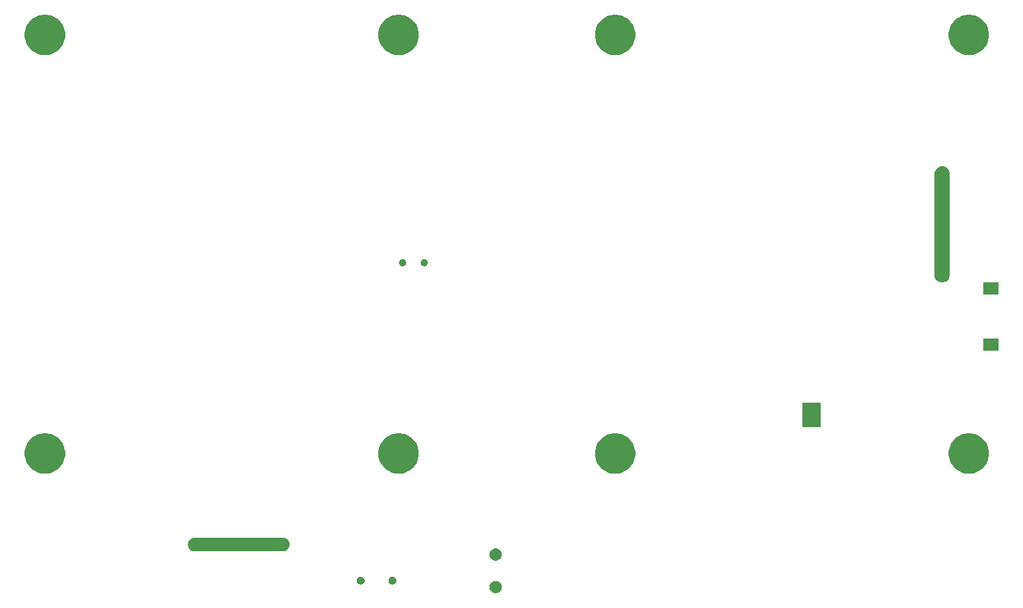
<source format=gbs>
G04 #@! TF.GenerationSoftware,KiCad,Pcbnew,5.0.1-33cea8e~68~ubuntu18.04.1*
G04 #@! TF.CreationDate,2018-11-04T18:28:44+03:00*
G04 #@! TF.ProjectId,AA-PI-Display-Board-RaspberryPi3,41412D50492D446973706C61792D426F,02*
G04 #@! TF.SameCoordinates,Original*
G04 #@! TF.FileFunction,Soldermask,Bot*
G04 #@! TF.FilePolarity,Negative*
%FSLAX46Y46*%
G04 Gerber Fmt 4.6, Leading zero omitted, Abs format (unit mm)*
G04 Created by KiCad (PCBNEW 5.0.1-33cea8e~68~ubuntu18.04.1) date Sun 04 Nov 2018 18:28:44 MSK*
%MOMM*%
%LPD*%
G01*
G04 APERTURE LIST*
%ADD10C,0.100000*%
G04 APERTURE END LIST*
D10*
G36*
X116998169Y-133881895D02*
X117153005Y-133946031D01*
X117292354Y-134039140D01*
X117410860Y-134157646D01*
X117503969Y-134296995D01*
X117568105Y-134451831D01*
X117600800Y-134616203D01*
X117600800Y-134783797D01*
X117568105Y-134948169D01*
X117503969Y-135103005D01*
X117410860Y-135242354D01*
X117292354Y-135360860D01*
X117153005Y-135453969D01*
X116998169Y-135518105D01*
X116833797Y-135550800D01*
X116666203Y-135550800D01*
X116501831Y-135518105D01*
X116346995Y-135453969D01*
X116207646Y-135360860D01*
X116089140Y-135242354D01*
X115996031Y-135103005D01*
X115931895Y-134948169D01*
X115899200Y-134783797D01*
X115899200Y-134616203D01*
X115931895Y-134451831D01*
X115996031Y-134296995D01*
X116089140Y-134157646D01*
X116207646Y-134039140D01*
X116346995Y-133946031D01*
X116501831Y-133881895D01*
X116666203Y-133849200D01*
X116833797Y-133849200D01*
X116998169Y-133881895D01*
X116998169Y-133881895D01*
G37*
G36*
X102539720Y-133256256D02*
X102610662Y-133270367D01*
X102710902Y-133311887D01*
X102800706Y-133371893D01*
X102801117Y-133372168D01*
X102877832Y-133448883D01*
X102877834Y-133448886D01*
X102938113Y-133539098D01*
X102979633Y-133639338D01*
X103000800Y-133745751D01*
X103000800Y-133854249D01*
X102979633Y-133960662D01*
X102938113Y-134060902D01*
X102878107Y-134150706D01*
X102877832Y-134151117D01*
X102801117Y-134227832D01*
X102801114Y-134227834D01*
X102710902Y-134288113D01*
X102610662Y-134329633D01*
X102539720Y-134343744D01*
X102504250Y-134350800D01*
X102395750Y-134350800D01*
X102360280Y-134343744D01*
X102289338Y-134329633D01*
X102189098Y-134288113D01*
X102098886Y-134227834D01*
X102098883Y-134227832D01*
X102022168Y-134151117D01*
X102021893Y-134150706D01*
X101961887Y-134060902D01*
X101920367Y-133960662D01*
X101899200Y-133854249D01*
X101899200Y-133745751D01*
X101920367Y-133639338D01*
X101961887Y-133539098D01*
X102022166Y-133448886D01*
X102022168Y-133448883D01*
X102098883Y-133372168D01*
X102099294Y-133371893D01*
X102189098Y-133311887D01*
X102289338Y-133270367D01*
X102360280Y-133256256D01*
X102395750Y-133249200D01*
X102504250Y-133249200D01*
X102539720Y-133256256D01*
X102539720Y-133256256D01*
G37*
G36*
X98139720Y-133256256D02*
X98210662Y-133270367D01*
X98310902Y-133311887D01*
X98400706Y-133371893D01*
X98401117Y-133372168D01*
X98477832Y-133448883D01*
X98477834Y-133448886D01*
X98538113Y-133539098D01*
X98579633Y-133639338D01*
X98600800Y-133745751D01*
X98600800Y-133854249D01*
X98579633Y-133960662D01*
X98538113Y-134060902D01*
X98478107Y-134150706D01*
X98477832Y-134151117D01*
X98401117Y-134227832D01*
X98401114Y-134227834D01*
X98310902Y-134288113D01*
X98210662Y-134329633D01*
X98139720Y-134343744D01*
X98104250Y-134350800D01*
X97995750Y-134350800D01*
X97960280Y-134343744D01*
X97889338Y-134329633D01*
X97789098Y-134288113D01*
X97698886Y-134227834D01*
X97698883Y-134227832D01*
X97622168Y-134151117D01*
X97621893Y-134150706D01*
X97561887Y-134060902D01*
X97520367Y-133960662D01*
X97499200Y-133854249D01*
X97499200Y-133745751D01*
X97520367Y-133639338D01*
X97561887Y-133539098D01*
X97622166Y-133448886D01*
X97622168Y-133448883D01*
X97698883Y-133372168D01*
X97699294Y-133371893D01*
X97789098Y-133311887D01*
X97889338Y-133270367D01*
X97960280Y-133256256D01*
X97995750Y-133249200D01*
X98104250Y-133249200D01*
X98139720Y-133256256D01*
X98139720Y-133256256D01*
G37*
G36*
X116998169Y-129381895D02*
X117153005Y-129446031D01*
X117292354Y-129539140D01*
X117410860Y-129657646D01*
X117503969Y-129796995D01*
X117568105Y-129951831D01*
X117600800Y-130116203D01*
X117600800Y-130283797D01*
X117568105Y-130448169D01*
X117503969Y-130603005D01*
X117410860Y-130742354D01*
X117292354Y-130860860D01*
X117153005Y-130953969D01*
X116998169Y-131018105D01*
X116833797Y-131050800D01*
X116666203Y-131050800D01*
X116501831Y-131018105D01*
X116346995Y-130953969D01*
X116207646Y-130860860D01*
X116089140Y-130742354D01*
X115996031Y-130603005D01*
X115931895Y-130448169D01*
X115899200Y-130283797D01*
X115899200Y-130116203D01*
X115931895Y-129951831D01*
X115996031Y-129796995D01*
X116089140Y-129657646D01*
X116207646Y-129539140D01*
X116346995Y-129446031D01*
X116501831Y-129381895D01*
X116666203Y-129349200D01*
X116833797Y-129349200D01*
X116998169Y-129381895D01*
X116998169Y-129381895D01*
G37*
G36*
X87436391Y-127872957D02*
X87615616Y-127927325D01*
X87780792Y-128015613D01*
X87925570Y-128134430D01*
X88044387Y-128279208D01*
X88132675Y-128444384D01*
X88187043Y-128623609D01*
X88205400Y-128810000D01*
X88187043Y-128996391D01*
X88132675Y-129175616D01*
X88044387Y-129340792D01*
X87925570Y-129485570D01*
X87780792Y-129604387D01*
X87615616Y-129692675D01*
X87436391Y-129747043D01*
X87296708Y-129760800D01*
X75003292Y-129760800D01*
X74863609Y-129747043D01*
X74684384Y-129692675D01*
X74519208Y-129604387D01*
X74374430Y-129485570D01*
X74255613Y-129340792D01*
X74167325Y-129175616D01*
X74112957Y-128996391D01*
X74094600Y-128810000D01*
X74112957Y-128623609D01*
X74167325Y-128444384D01*
X74255613Y-128279208D01*
X74374430Y-128134430D01*
X74519208Y-128015613D01*
X74684384Y-127927325D01*
X74863609Y-127872957D01*
X75003292Y-127859200D01*
X87296708Y-127859200D01*
X87436391Y-127872957D01*
X87436391Y-127872957D01*
G37*
G36*
X182846253Y-113453801D02*
X183116730Y-113507602D01*
X183327799Y-113595030D01*
X183626296Y-113718671D01*
X184084899Y-114025100D01*
X184474900Y-114415101D01*
X184781329Y-114873704D01*
X184992398Y-115383271D01*
X185100000Y-115924223D01*
X185100000Y-116475777D01*
X184992398Y-117016729D01*
X184781329Y-117526296D01*
X184474900Y-117984899D01*
X184084899Y-118374900D01*
X183626296Y-118681329D01*
X183327799Y-118804970D01*
X183116730Y-118892398D01*
X182846253Y-118946199D01*
X182575777Y-119000000D01*
X182024223Y-119000000D01*
X181753747Y-118946199D01*
X181483270Y-118892398D01*
X181272201Y-118804970D01*
X180973704Y-118681329D01*
X180515101Y-118374900D01*
X180125100Y-117984899D01*
X179818671Y-117526296D01*
X179607602Y-117016729D01*
X179500000Y-116475777D01*
X179500000Y-115924223D01*
X179607602Y-115383271D01*
X179818671Y-114873704D01*
X180125100Y-114415101D01*
X180515101Y-114025100D01*
X180973704Y-113718671D01*
X181272201Y-113595030D01*
X181483270Y-113507602D01*
X181753747Y-113453801D01*
X182024223Y-113400000D01*
X182575777Y-113400000D01*
X182846253Y-113453801D01*
X182846253Y-113453801D01*
G37*
G36*
X133846253Y-113453801D02*
X134116730Y-113507602D01*
X134327799Y-113595030D01*
X134626296Y-113718671D01*
X135084899Y-114025100D01*
X135474900Y-114415101D01*
X135781329Y-114873704D01*
X135992398Y-115383271D01*
X136100000Y-115924223D01*
X136100000Y-116475777D01*
X135992398Y-117016729D01*
X135781329Y-117526296D01*
X135474900Y-117984899D01*
X135084899Y-118374900D01*
X134626296Y-118681329D01*
X134327799Y-118804970D01*
X134116730Y-118892398D01*
X133846253Y-118946199D01*
X133575777Y-119000000D01*
X133024223Y-119000000D01*
X132753747Y-118946199D01*
X132483270Y-118892398D01*
X132272201Y-118804970D01*
X131973704Y-118681329D01*
X131515101Y-118374900D01*
X131125100Y-117984899D01*
X130818671Y-117526296D01*
X130607602Y-117016729D01*
X130500000Y-116475777D01*
X130500000Y-115924223D01*
X130607602Y-115383271D01*
X130818671Y-114873704D01*
X131125100Y-114415101D01*
X131515101Y-114025100D01*
X131973704Y-113718671D01*
X132272201Y-113595030D01*
X132483270Y-113507602D01*
X132753747Y-113453801D01*
X133024223Y-113400000D01*
X133575777Y-113400000D01*
X133846253Y-113453801D01*
X133846253Y-113453801D01*
G37*
G36*
X103846253Y-113453801D02*
X104116730Y-113507602D01*
X104327799Y-113595030D01*
X104626296Y-113718671D01*
X105084899Y-114025100D01*
X105474900Y-114415101D01*
X105781329Y-114873704D01*
X105992398Y-115383271D01*
X106100000Y-115924223D01*
X106100000Y-116475777D01*
X105992398Y-117016729D01*
X105781329Y-117526296D01*
X105474900Y-117984899D01*
X105084899Y-118374900D01*
X104626296Y-118681329D01*
X104327799Y-118804970D01*
X104116730Y-118892398D01*
X103846253Y-118946199D01*
X103575777Y-119000000D01*
X103024223Y-119000000D01*
X102753747Y-118946199D01*
X102483270Y-118892398D01*
X102272201Y-118804970D01*
X101973704Y-118681329D01*
X101515101Y-118374900D01*
X101125100Y-117984899D01*
X100818671Y-117526296D01*
X100607602Y-117016729D01*
X100500000Y-116475777D01*
X100500000Y-115924223D01*
X100607602Y-115383271D01*
X100818671Y-114873704D01*
X101125100Y-114415101D01*
X101515101Y-114025100D01*
X101973704Y-113718671D01*
X102272201Y-113595030D01*
X102483270Y-113507602D01*
X102753747Y-113453801D01*
X103024223Y-113400000D01*
X103575777Y-113400000D01*
X103846253Y-113453801D01*
X103846253Y-113453801D01*
G37*
G36*
X54846253Y-113453801D02*
X55116730Y-113507602D01*
X55327799Y-113595030D01*
X55626296Y-113718671D01*
X56084899Y-114025100D01*
X56474900Y-114415101D01*
X56781329Y-114873704D01*
X56992398Y-115383271D01*
X57100000Y-115924223D01*
X57100000Y-116475777D01*
X56992398Y-117016729D01*
X56781329Y-117526296D01*
X56474900Y-117984899D01*
X56084899Y-118374900D01*
X55626296Y-118681329D01*
X55327799Y-118804970D01*
X55116730Y-118892398D01*
X54846253Y-118946199D01*
X54575777Y-119000000D01*
X54024223Y-119000000D01*
X53753747Y-118946199D01*
X53483270Y-118892398D01*
X53272201Y-118804970D01*
X52973704Y-118681329D01*
X52515101Y-118374900D01*
X52125100Y-117984899D01*
X51818671Y-117526296D01*
X51607602Y-117016729D01*
X51500000Y-116475777D01*
X51500000Y-115924223D01*
X51607602Y-115383271D01*
X51818671Y-114873704D01*
X52125100Y-114415101D01*
X52515101Y-114025100D01*
X52973704Y-113718671D01*
X53272201Y-113595030D01*
X53483270Y-113507602D01*
X53753747Y-113453801D01*
X54024223Y-113400000D01*
X54575777Y-113400000D01*
X54846253Y-113453801D01*
X54846253Y-113453801D01*
G37*
G36*
X161775800Y-112567800D02*
X159264200Y-112567800D01*
X159264200Y-109176200D01*
X161775800Y-109176200D01*
X161775800Y-112567800D01*
X161775800Y-112567800D01*
G37*
G36*
X186400800Y-101950800D02*
X184299200Y-101950800D01*
X184299200Y-100249200D01*
X186400800Y-100249200D01*
X186400800Y-101950800D01*
X186400800Y-101950800D01*
G37*
G36*
X186400800Y-94150800D02*
X184299200Y-94150800D01*
X184299200Y-92449200D01*
X186400800Y-92449200D01*
X186400800Y-94150800D01*
X186400800Y-94150800D01*
G37*
G36*
X178805990Y-76414404D02*
X179004069Y-76474490D01*
X179089806Y-76520318D01*
X179186618Y-76572065D01*
X179346623Y-76703377D01*
X179346624Y-76703379D01*
X179346626Y-76703380D01*
X179445107Y-76823381D01*
X179477935Y-76863382D01*
X179523354Y-76948355D01*
X179575510Y-77045930D01*
X179635596Y-77244009D01*
X179650800Y-77398379D01*
X179650800Y-91501621D01*
X179635596Y-91655991D01*
X179575510Y-91854070D01*
X179523354Y-91951645D01*
X179477935Y-92036618D01*
X179346623Y-92196623D01*
X179186618Y-92327935D01*
X179101645Y-92373354D01*
X179004070Y-92425510D01*
X178805991Y-92485596D01*
X178600000Y-92505884D01*
X178394010Y-92485596D01*
X178195931Y-92425510D01*
X178098356Y-92373354D01*
X178013383Y-92327935D01*
X177853378Y-92196623D01*
X177722066Y-92036618D01*
X177676647Y-91951645D01*
X177624491Y-91854070D01*
X177564405Y-91655991D01*
X177549201Y-91501621D01*
X177549200Y-77398380D01*
X177564404Y-77244010D01*
X177624490Y-77045931D01*
X177670318Y-76960194D01*
X177722065Y-76863382D01*
X177853377Y-76703377D01*
X177853379Y-76703376D01*
X177853380Y-76703374D01*
X178013381Y-76572066D01*
X178013380Y-76572066D01*
X178013382Y-76572065D01*
X178098355Y-76526646D01*
X178195930Y-76474490D01*
X178394009Y-76414404D01*
X178600000Y-76394116D01*
X178805990Y-76414404D01*
X178805990Y-76414404D01*
G37*
G36*
X106996077Y-89268445D02*
X107087216Y-89306196D01*
X107087218Y-89306197D01*
X107168153Y-89360276D01*
X107169244Y-89361005D01*
X107238995Y-89430756D01*
X107293804Y-89512784D01*
X107331555Y-89603923D01*
X107350800Y-89700674D01*
X107350800Y-89799326D01*
X107331555Y-89896077D01*
X107293804Y-89987216D01*
X107238995Y-90069244D01*
X107169244Y-90138995D01*
X107169241Y-90138997D01*
X107087218Y-90193803D01*
X107087217Y-90193804D01*
X107087216Y-90193804D01*
X106996077Y-90231555D01*
X106899326Y-90250800D01*
X106800674Y-90250800D01*
X106703923Y-90231555D01*
X106612784Y-90193804D01*
X106612783Y-90193804D01*
X106612782Y-90193803D01*
X106530759Y-90138997D01*
X106530756Y-90138995D01*
X106461005Y-90069244D01*
X106406196Y-89987216D01*
X106368445Y-89896077D01*
X106349200Y-89799326D01*
X106349200Y-89700674D01*
X106368445Y-89603923D01*
X106406196Y-89512784D01*
X106461005Y-89430756D01*
X106530756Y-89361005D01*
X106531847Y-89360276D01*
X106612782Y-89306197D01*
X106612784Y-89306196D01*
X106703923Y-89268445D01*
X106800674Y-89249200D01*
X106899326Y-89249200D01*
X106996077Y-89268445D01*
X106996077Y-89268445D01*
G37*
G36*
X103996077Y-89268445D02*
X104087216Y-89306196D01*
X104087218Y-89306197D01*
X104168153Y-89360276D01*
X104169244Y-89361005D01*
X104238995Y-89430756D01*
X104293804Y-89512784D01*
X104331555Y-89603923D01*
X104350800Y-89700674D01*
X104350800Y-89799326D01*
X104331555Y-89896077D01*
X104293804Y-89987216D01*
X104238995Y-90069244D01*
X104169244Y-90138995D01*
X104169241Y-90138997D01*
X104087218Y-90193803D01*
X104087217Y-90193804D01*
X104087216Y-90193804D01*
X103996077Y-90231555D01*
X103899326Y-90250800D01*
X103800674Y-90250800D01*
X103703923Y-90231555D01*
X103612784Y-90193804D01*
X103612783Y-90193804D01*
X103612782Y-90193803D01*
X103530759Y-90138997D01*
X103530756Y-90138995D01*
X103461005Y-90069244D01*
X103406196Y-89987216D01*
X103368445Y-89896077D01*
X103349200Y-89799326D01*
X103349200Y-89700674D01*
X103368445Y-89603923D01*
X103406196Y-89512784D01*
X103461005Y-89430756D01*
X103530756Y-89361005D01*
X103531847Y-89360276D01*
X103612782Y-89306197D01*
X103612784Y-89306196D01*
X103703923Y-89268445D01*
X103800674Y-89249200D01*
X103899326Y-89249200D01*
X103996077Y-89268445D01*
X103996077Y-89268445D01*
G37*
G36*
X54846253Y-55453801D02*
X55116730Y-55507602D01*
X55327799Y-55595030D01*
X55626296Y-55718671D01*
X56084899Y-56025100D01*
X56474900Y-56415101D01*
X56781329Y-56873704D01*
X56992398Y-57383271D01*
X57100000Y-57924223D01*
X57100000Y-58475777D01*
X56992398Y-59016729D01*
X56781329Y-59526296D01*
X56474900Y-59984899D01*
X56084899Y-60374900D01*
X55626296Y-60681329D01*
X55327799Y-60804970D01*
X55116730Y-60892398D01*
X54846253Y-60946199D01*
X54575777Y-61000000D01*
X54024223Y-61000000D01*
X53753747Y-60946199D01*
X53483270Y-60892398D01*
X53272201Y-60804970D01*
X52973704Y-60681329D01*
X52515101Y-60374900D01*
X52125100Y-59984899D01*
X51818671Y-59526296D01*
X51607602Y-59016729D01*
X51500000Y-58475777D01*
X51500000Y-57924223D01*
X51607602Y-57383271D01*
X51818671Y-56873704D01*
X52125100Y-56415101D01*
X52515101Y-56025100D01*
X52973704Y-55718671D01*
X53272201Y-55595030D01*
X53483270Y-55507602D01*
X53753747Y-55453801D01*
X54024223Y-55400000D01*
X54575777Y-55400000D01*
X54846253Y-55453801D01*
X54846253Y-55453801D01*
G37*
G36*
X103846253Y-55453801D02*
X104116730Y-55507602D01*
X104327799Y-55595030D01*
X104626296Y-55718671D01*
X105084899Y-56025100D01*
X105474900Y-56415101D01*
X105781329Y-56873704D01*
X105992398Y-57383271D01*
X106100000Y-57924223D01*
X106100000Y-58475777D01*
X105992398Y-59016729D01*
X105781329Y-59526296D01*
X105474900Y-59984899D01*
X105084899Y-60374900D01*
X104626296Y-60681329D01*
X104327799Y-60804970D01*
X104116730Y-60892398D01*
X103846253Y-60946199D01*
X103575777Y-61000000D01*
X103024223Y-61000000D01*
X102753747Y-60946199D01*
X102483270Y-60892398D01*
X102272201Y-60804970D01*
X101973704Y-60681329D01*
X101515101Y-60374900D01*
X101125100Y-59984899D01*
X100818671Y-59526296D01*
X100607602Y-59016729D01*
X100500000Y-58475777D01*
X100500000Y-57924223D01*
X100607602Y-57383271D01*
X100818671Y-56873704D01*
X101125100Y-56415101D01*
X101515101Y-56025100D01*
X101973704Y-55718671D01*
X102272201Y-55595030D01*
X102483270Y-55507602D01*
X102753747Y-55453801D01*
X103024223Y-55400000D01*
X103575777Y-55400000D01*
X103846253Y-55453801D01*
X103846253Y-55453801D01*
G37*
G36*
X133846253Y-55453801D02*
X134116730Y-55507602D01*
X134327799Y-55595030D01*
X134626296Y-55718671D01*
X135084899Y-56025100D01*
X135474900Y-56415101D01*
X135781329Y-56873704D01*
X135992398Y-57383271D01*
X136100000Y-57924223D01*
X136100000Y-58475777D01*
X135992398Y-59016729D01*
X135781329Y-59526296D01*
X135474900Y-59984899D01*
X135084899Y-60374900D01*
X134626296Y-60681329D01*
X134327799Y-60804970D01*
X134116730Y-60892398D01*
X133846253Y-60946199D01*
X133575777Y-61000000D01*
X133024223Y-61000000D01*
X132753747Y-60946199D01*
X132483270Y-60892398D01*
X132272201Y-60804970D01*
X131973704Y-60681329D01*
X131515101Y-60374900D01*
X131125100Y-59984899D01*
X130818671Y-59526296D01*
X130607602Y-59016729D01*
X130500000Y-58475777D01*
X130500000Y-57924223D01*
X130607602Y-57383271D01*
X130818671Y-56873704D01*
X131125100Y-56415101D01*
X131515101Y-56025100D01*
X131973704Y-55718671D01*
X132272201Y-55595030D01*
X132483270Y-55507602D01*
X132753747Y-55453801D01*
X133024223Y-55400000D01*
X133575777Y-55400000D01*
X133846253Y-55453801D01*
X133846253Y-55453801D01*
G37*
G36*
X182846253Y-55453801D02*
X183116730Y-55507602D01*
X183327799Y-55595030D01*
X183626296Y-55718671D01*
X184084899Y-56025100D01*
X184474900Y-56415101D01*
X184781329Y-56873704D01*
X184992398Y-57383271D01*
X185100000Y-57924223D01*
X185100000Y-58475777D01*
X184992398Y-59016729D01*
X184781329Y-59526296D01*
X184474900Y-59984899D01*
X184084899Y-60374900D01*
X183626296Y-60681329D01*
X183327799Y-60804970D01*
X183116730Y-60892398D01*
X182846253Y-60946199D01*
X182575777Y-61000000D01*
X182024223Y-61000000D01*
X181753747Y-60946199D01*
X181483270Y-60892398D01*
X181272201Y-60804970D01*
X180973704Y-60681329D01*
X180515101Y-60374900D01*
X180125100Y-59984899D01*
X179818671Y-59526296D01*
X179607602Y-59016729D01*
X179500000Y-58475777D01*
X179500000Y-57924223D01*
X179607602Y-57383271D01*
X179818671Y-56873704D01*
X180125100Y-56415101D01*
X180515101Y-56025100D01*
X180973704Y-55718671D01*
X181272201Y-55595030D01*
X181483270Y-55507602D01*
X181753747Y-55453801D01*
X182024223Y-55400000D01*
X182575777Y-55400000D01*
X182846253Y-55453801D01*
X182846253Y-55453801D01*
G37*
M02*

</source>
